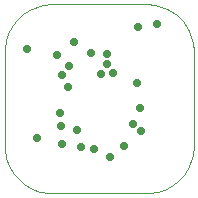
<source format=gbs>
G04 Layer_Color=16711935*
%FSLAX25Y25*%
%MOIN*%
G70*
G01*
G75*
%ADD17C,0.00050*%
%ADD30C,0.02894*%
%ADD31C,0.02756*%
D17*
X8Y15748D02*
X39Y14759D01*
X132Y13774D01*
X287Y12797D01*
X503Y11832D01*
X779Y10882D01*
X1114Y9951D01*
X1507Y9043D01*
X1956Y8161D01*
X2459Y7310D01*
X3015Y6492D01*
X3622Y5710D01*
X4276Y4968D01*
X4976Y4268D01*
X5718Y3614D01*
X6499Y3008D01*
X7318Y2451D01*
X8169Y1948D01*
X9051Y1499D01*
X9959Y1106D01*
X10889Y771D01*
X11840Y495D01*
X12805Y279D01*
X13782Y124D01*
X14767Y31D01*
X15756Y0D01*
Y62992D02*
X14767Y62961D01*
X13782Y62868D01*
X12805Y62713D01*
X11840Y62497D01*
X10889Y62221D01*
X9959Y61886D01*
X9051Y61493D01*
X8169Y61044D01*
X7318Y60541D01*
X6499Y59984D01*
X5718Y59378D01*
X4976Y58724D01*
X4276Y58024D01*
X3622Y57282D01*
X3015Y56501D01*
X2459Y55682D01*
X1956Y54831D01*
X1507Y53949D01*
X1114Y53041D01*
X779Y52110D01*
X503Y51160D01*
X287Y50195D01*
X132Y49218D01*
X39Y48233D01*
X8Y47244D01*
X47252Y0D02*
X48241Y31D01*
X49226Y124D01*
X50203Y279D01*
X51168Y495D01*
X52118Y771D01*
X53049Y1106D01*
X53957Y1499D01*
X54839Y1948D01*
X55690Y2451D01*
X56508Y3008D01*
X57290Y3614D01*
X58032Y4268D01*
X58732Y4968D01*
X59386Y5710D01*
X59992Y6492D01*
X60549Y7310D01*
X61052Y8161D01*
X61501Y9043D01*
X61894Y9951D01*
X62229Y10882D01*
X62505Y11832D01*
X62721Y12797D01*
X62876Y13774D01*
X62969Y14759D01*
X63000Y15748D01*
Y47244D02*
X62969Y48233D01*
X62876Y49218D01*
X62721Y50195D01*
X62505Y51161D01*
X62229Y52110D01*
X61894Y53041D01*
X61501Y53949D01*
X61052Y54831D01*
X60549Y55682D01*
X59992Y56501D01*
X59386Y57282D01*
X58732Y58024D01*
X58032Y58724D01*
X57290Y59378D01*
X56508Y59984D01*
X55690Y60541D01*
X54839Y61044D01*
X53957Y61493D01*
X53049Y61886D01*
X52118Y62221D01*
X51168Y62497D01*
X50203Y62713D01*
X49226Y62868D01*
X48241Y62961D01*
X47252Y62992D01*
X63000Y47244D02*
X62969Y48233D01*
X62876Y49218D01*
X62721Y50195D01*
X62505Y51161D01*
X62229Y52110D01*
X61894Y53041D01*
X61501Y53949D01*
X61052Y54831D01*
X60549Y55682D01*
X59992Y56501D01*
X59386Y57282D01*
X58732Y58024D01*
X58032Y58724D01*
X57290Y59378D01*
X56508Y59984D01*
X55690Y60541D01*
X54839Y61044D01*
X53957Y61493D01*
X53049Y61886D01*
X52118Y62221D01*
X51168Y62497D01*
X50203Y62713D01*
X49226Y62868D01*
X48241Y62961D01*
X47252Y62992D01*
X47252Y0D02*
X48241Y31D01*
X49226Y124D01*
X50203Y279D01*
X51168Y495D01*
X52118Y771D01*
X53049Y1106D01*
X53957Y1499D01*
X54839Y1948D01*
X55690Y2451D01*
X56508Y3008D01*
X57290Y3614D01*
X58032Y4268D01*
X58732Y4968D01*
X59386Y5710D01*
X59992Y6492D01*
X60549Y7310D01*
X61052Y8161D01*
X61501Y9043D01*
X61894Y9951D01*
X62229Y10882D01*
X62505Y11832D01*
X62721Y12797D01*
X62876Y13774D01*
X62969Y14759D01*
X63000Y15748D01*
X15756Y62992D02*
X14767Y62961D01*
X13782Y62868D01*
X12805Y62713D01*
X11840Y62497D01*
X10889Y62221D01*
X9959Y61886D01*
X9051Y61493D01*
X8169Y61044D01*
X7318Y60541D01*
X6499Y59984D01*
X5718Y59378D01*
X4976Y58724D01*
X4276Y58024D01*
X3622Y57282D01*
X3015Y56501D01*
X2459Y55682D01*
X1956Y54831D01*
X1507Y53949D01*
X1114Y53041D01*
X779Y52110D01*
X503Y51160D01*
X287Y50195D01*
X132Y49218D01*
X39Y48233D01*
X8Y47244D01*
Y15748D02*
X39Y14759D01*
X132Y13774D01*
X287Y12797D01*
X503Y11832D01*
X779Y10882D01*
X1114Y9951D01*
X1507Y9043D01*
X1956Y8161D01*
X2459Y7310D01*
X3015Y6492D01*
X3622Y5710D01*
X4276Y4968D01*
X4976Y4268D01*
X5718Y3614D01*
X6499Y3008D01*
X7318Y2451D01*
X8169Y1948D01*
X9051Y1499D01*
X9959Y1106D01*
X10889Y771D01*
X11840Y495D01*
X12805Y279D01*
X13782Y124D01*
X14767Y31D01*
X15756Y0D01*
X63000Y15748D02*
Y47244D01*
X15756Y62992D02*
X47252D01*
X8Y15748D02*
Y47244D01*
X15756Y0D02*
X47252D01*
X15756D02*
X47252D01*
X8Y15748D02*
Y47244D01*
X15756Y62992D02*
X47252D01*
X63000Y15748D02*
Y47244D01*
D30*
X18500Y26769D02*
D03*
X25500Y15500D02*
D03*
X18700Y22400D02*
D03*
X29600Y14700D02*
D03*
X35000Y12000D02*
D03*
X45100Y28400D02*
D03*
X45250Y20707D02*
D03*
X39900Y15800D02*
D03*
X28890Y46800D02*
D03*
X50610Y56390D02*
D03*
X32000Y39600D02*
D03*
X42600Y23100D02*
D03*
X36000Y40000D02*
D03*
X7500Y48000D02*
D03*
X44500Y55500D02*
D03*
X21000Y35500D02*
D03*
X44000Y36800D02*
D03*
X23000Y50500D02*
D03*
X19000Y39500D02*
D03*
X10700Y18500D02*
D03*
D31*
X24000Y21000D02*
D03*
X19000Y16500D02*
D03*
X17500Y46000D02*
D03*
X34000Y46500D02*
D03*
Y43000D02*
D03*
X21500Y42500D02*
D03*
M02*

</source>
